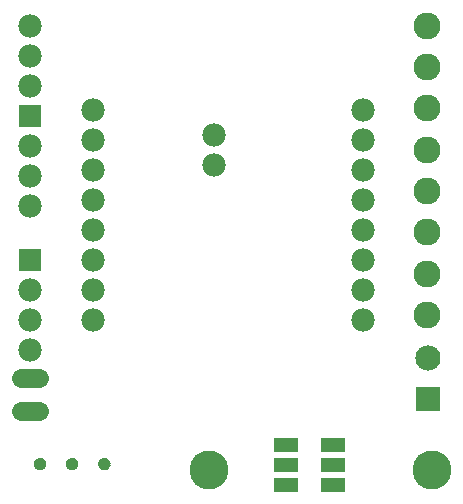
<source format=gts>
G75*
%MOIN*%
%OFA0B0*%
%FSLAX25Y25*%
%IPPOS*%
%LPD*%
%AMOC8*
5,1,8,0,0,1.08239X$1,22.5*
%
%ADD10C,0.12998*%
%ADD11R,0.07800X0.07800*%
%ADD12C,0.07800*%
%ADD13C,0.06400*%
%ADD14C,0.09000*%
%ADD15R,0.08400X0.08400*%
%ADD16C,0.08400*%
%ADD17R,0.08274X0.04731*%
%ADD18C,0.00500*%
D10*
X0183750Y0016700D03*
X0258070Y0016800D03*
D11*
X0123850Y0086800D03*
X0123850Y0134800D03*
D12*
X0123850Y0144800D03*
X0123850Y0154800D03*
X0123850Y0164800D03*
X0144850Y0136800D03*
X0144850Y0126800D03*
X0144850Y0116800D03*
X0144850Y0106800D03*
X0144850Y0096800D03*
X0144850Y0086800D03*
X0144850Y0076800D03*
X0144850Y0066800D03*
X0123850Y0066800D03*
X0123850Y0076800D03*
X0123850Y0056800D03*
X0123850Y0104800D03*
X0123850Y0114800D03*
X0123850Y0124800D03*
X0185350Y0128200D03*
X0185350Y0118200D03*
X0234850Y0116800D03*
X0234850Y0106800D03*
X0234850Y0096800D03*
X0234850Y0086800D03*
X0234850Y0076800D03*
X0234850Y0066800D03*
X0234850Y0126800D03*
X0234850Y0136800D03*
D13*
X0126850Y0036300D02*
X0120850Y0036300D01*
X0120850Y0047300D02*
X0126850Y0047300D01*
D14*
X0256390Y0068332D03*
X0256390Y0082111D03*
X0256390Y0095891D03*
X0256390Y0109670D03*
X0256390Y0123450D03*
X0256390Y0137229D03*
X0256390Y0151009D03*
X0256390Y0164788D03*
D15*
X0256650Y0040200D03*
D16*
X0256650Y0053980D03*
D17*
X0224924Y0025093D03*
X0224924Y0018400D03*
X0224924Y0011707D03*
X0209176Y0011707D03*
X0209176Y0018400D03*
X0209176Y0025093D03*
D18*
X0150520Y0018700D02*
X0150469Y0018307D01*
X0150331Y0017935D01*
X0150115Y0017603D01*
X0149830Y0017328D01*
X0149491Y0017123D01*
X0149115Y0016998D01*
X0148720Y0016960D01*
X0148337Y0017007D01*
X0147973Y0017137D01*
X0147648Y0017346D01*
X0147377Y0017621D01*
X0147174Y0017950D01*
X0147050Y0018316D01*
X0147010Y0018700D01*
X0147044Y0019082D01*
X0147162Y0019446D01*
X0147358Y0019775D01*
X0147622Y0020052D01*
X0147942Y0020263D01*
X0148300Y0020398D01*
X0148680Y0020450D01*
X0149080Y0020415D01*
X0149463Y0020292D01*
X0149809Y0020086D01*
X0150100Y0019809D01*
X0150322Y0019474D01*
X0150465Y0019098D01*
X0150520Y0018700D01*
X0150488Y0018455D02*
X0147035Y0018455D01*
X0147032Y0018954D02*
X0150485Y0018954D01*
X0150331Y0019452D02*
X0147166Y0019452D01*
X0147526Y0019951D02*
X0149951Y0019951D01*
X0148687Y0020449D02*
X0148675Y0020449D01*
X0147172Y0017957D02*
X0150339Y0017957D01*
X0149965Y0017458D02*
X0147537Y0017458D01*
X0139773Y0018455D02*
X0136311Y0018455D01*
X0136330Y0018276D02*
X0136290Y0018660D01*
X0136324Y0019041D01*
X0136442Y0019406D01*
X0136638Y0019735D01*
X0136902Y0020012D01*
X0137222Y0020223D01*
X0137580Y0020358D01*
X0137960Y0020410D01*
X0138360Y0020375D01*
X0138743Y0020252D01*
X0139089Y0020046D01*
X0139380Y0019769D01*
X0139602Y0019434D01*
X0139745Y0019058D01*
X0139800Y0018660D01*
X0139749Y0018267D01*
X0139611Y0017895D01*
X0139395Y0017563D01*
X0139110Y0017288D01*
X0138771Y0017082D01*
X0138395Y0016958D01*
X0138000Y0016920D01*
X0137617Y0016967D01*
X0137253Y0017097D01*
X0136928Y0017306D01*
X0136657Y0017581D01*
X0136454Y0017910D01*
X0136330Y0018276D01*
X0136438Y0017957D02*
X0139634Y0017957D01*
X0139287Y0017458D02*
X0136777Y0017458D01*
X0137672Y0016960D02*
X0138401Y0016960D01*
X0139759Y0018954D02*
X0136316Y0018954D01*
X0136469Y0019452D02*
X0139590Y0019452D01*
X0139189Y0019951D02*
X0136844Y0019951D01*
X0129064Y0018954D02*
X0125614Y0018954D01*
X0125624Y0019071D02*
X0125590Y0018690D01*
X0125630Y0018306D01*
X0125755Y0017940D01*
X0125957Y0017611D01*
X0126228Y0017335D01*
X0126553Y0017127D01*
X0126917Y0016996D01*
X0127300Y0016950D01*
X0127695Y0016988D01*
X0128071Y0017112D01*
X0128410Y0017317D01*
X0128695Y0017593D01*
X0128912Y0017925D01*
X0129049Y0018297D01*
X0129100Y0018690D01*
X0129045Y0019088D01*
X0128903Y0019464D01*
X0128680Y0019799D01*
X0128389Y0020076D01*
X0128043Y0020281D01*
X0127661Y0020405D01*
X0127260Y0020440D01*
X0126881Y0020388D01*
X0126522Y0020253D01*
X0126203Y0020042D01*
X0125938Y0019765D01*
X0125742Y0019436D01*
X0125624Y0019071D01*
X0125752Y0019452D02*
X0128907Y0019452D01*
X0128521Y0019951D02*
X0126116Y0019951D01*
X0125615Y0018455D02*
X0129070Y0018455D01*
X0128924Y0017957D02*
X0125749Y0017957D01*
X0126107Y0017458D02*
X0128556Y0017458D01*
X0127403Y0016960D02*
X0127220Y0016960D01*
M02*

</source>
